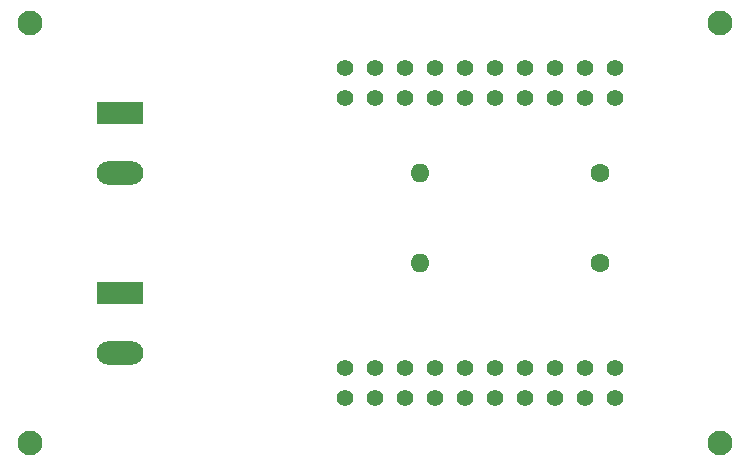
<source format=gbr>
%TF.GenerationSoftware,KiCad,Pcbnew,(6.0.9)*%
%TF.CreationDate,2022-12-01T11:48:01+01:00*%
%TF.ProjectId,bed_occupacy_sensor,6265645f-6f63-4637-9570-6163795f7365,rev?*%
%TF.SameCoordinates,Original*%
%TF.FileFunction,Soldermask,Top*%
%TF.FilePolarity,Negative*%
%FSLAX46Y46*%
G04 Gerber Fmt 4.6, Leading zero omitted, Abs format (unit mm)*
G04 Created by KiCad (PCBNEW (6.0.9)) date 2022-12-01 11:48:01*
%MOMM*%
%LPD*%
G01*
G04 APERTURE LIST*
%ADD10O,3.960000X1.980000*%
%ADD11R,3.960000X1.980000*%
%ADD12C,1.400000*%
%ADD13C,1.600000*%
%ADD14O,1.600000X1.600000*%
%ADD15C,2.100000*%
G04 APERTURE END LIST*
D10*
%TO.C,J1*%
X104140000Y-63420000D03*
D11*
X104140000Y-58420000D03*
%TD*%
D12*
%TO.C,U1*%
X146050000Y-54610000D03*
X146050000Y-57150000D03*
X143510000Y-54610000D03*
X143510000Y-57150000D03*
X140970000Y-54610000D03*
X140970000Y-57150000D03*
X138430000Y-54610000D03*
X138430000Y-57150000D03*
X135890000Y-54610000D03*
X135890000Y-57150000D03*
X133350000Y-54610000D03*
X133350000Y-57150000D03*
X130810000Y-54610000D03*
X130810000Y-57150000D03*
X128270000Y-54610000D03*
X128270000Y-57150000D03*
X125730000Y-54610000D03*
X125730000Y-57150000D03*
X123190000Y-54610000D03*
X123190000Y-57150000D03*
X146050000Y-80010000D03*
X146050000Y-82550000D03*
X143510000Y-80010000D03*
X143510000Y-82550000D03*
X140970000Y-80010000D03*
X140970000Y-82550000D03*
X138430000Y-80010000D03*
X138430000Y-82550000D03*
X135890000Y-80010000D03*
X135890000Y-82550000D03*
X133350000Y-80010000D03*
X133350000Y-82550000D03*
X130810000Y-80010000D03*
X130810000Y-82550000D03*
X128270000Y-80010000D03*
X128270000Y-82550000D03*
X125730000Y-80010000D03*
X125730000Y-82550000D03*
X123190000Y-82550000D03*
X123190000Y-80010000D03*
%TD*%
D13*
%TO.C,R2*%
X144780000Y-63500000D03*
D14*
X129540000Y-63500000D03*
%TD*%
D13*
%TO.C,R1*%
X144780000Y-71120000D03*
D14*
X129540000Y-71120000D03*
%TD*%
D15*
%TO.C,REF\u002A\u002A*%
X96520000Y-86360000D03*
%TD*%
%TO.C,REF\u002A\u002A*%
X154940000Y-86360000D03*
%TD*%
%TO.C,REF\u002A\u002A*%
X154940000Y-50800000D03*
%TD*%
%TO.C,REF\u002A\u002A*%
X96520000Y-50800000D03*
%TD*%
D10*
%TO.C,J2*%
X104140000Y-78660000D03*
D11*
X104140000Y-73660000D03*
%TD*%
M02*

</source>
